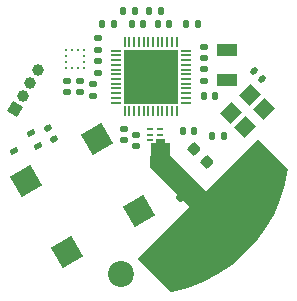
<source format=gbr>
%TF.GenerationSoftware,KiCad,Pcbnew,(6.0.11)*%
%TF.CreationDate,2023-02-20T14:16:24+01:00*%
%TF.ProjectId,cockTag,636f636b-5461-4672-9e6b-696361645f70,rev?*%
%TF.SameCoordinates,Original*%
%TF.FileFunction,Soldermask,Top*%
%TF.FilePolarity,Negative*%
%FSLAX46Y46*%
G04 Gerber Fmt 4.6, Leading zero omitted, Abs format (unit mm)*
G04 Created by KiCad (PCBNEW (6.0.11)) date 2023-02-20 14:16:24*
%MOMM*%
%LPD*%
G01*
G04 APERTURE LIST*
G04 Aperture macros list*
%AMRoundRect*
0 Rectangle with rounded corners*
0 $1 Rounding radius*
0 $2 $3 $4 $5 $6 $7 $8 $9 X,Y pos of 4 corners*
0 Add a 4 corners polygon primitive as box body*
4,1,4,$2,$3,$4,$5,$6,$7,$8,$9,$2,$3,0*
0 Add four circle primitives for the rounded corners*
1,1,$1+$1,$2,$3*
1,1,$1+$1,$4,$5*
1,1,$1+$1,$6,$7*
1,1,$1+$1,$8,$9*
0 Add four rect primitives between the rounded corners*
20,1,$1+$1,$2,$3,$4,$5,0*
20,1,$1+$1,$4,$5,$6,$7,0*
20,1,$1+$1,$6,$7,$8,$9,0*
20,1,$1+$1,$8,$9,$2,$3,0*%
%AMHorizOval*
0 Thick line with rounded ends*
0 $1 width*
0 $2 $3 position (X,Y) of the first rounded end (center of the circle)*
0 $4 $5 position (X,Y) of the second rounded end (center of the circle)*
0 Add line between two ends*
20,1,$1,$2,$3,$4,$5,0*
0 Add two circle primitives to create the rounded ends*
1,1,$1,$2,$3*
1,1,$1,$4,$5*%
%AMRotRect*
0 Rectangle, with rotation*
0 The origin of the aperture is its center*
0 $1 length*
0 $2 width*
0 $3 Rotation angle, in degrees counterclockwise*
0 Add horizontal line*
21,1,$1,$2,0,0,$3*%
G04 Aperture macros list end*
%ADD10RoundRect,0.140000X-0.170000X0.140000X-0.170000X-0.140000X0.170000X-0.140000X0.170000X0.140000X0*%
%ADD11RotRect,2.000000X2.000000X210.000000*%
%ADD12R,0.550000X0.250000*%
%ADD13RoundRect,0.140000X0.170000X-0.140000X0.170000X0.140000X-0.170000X0.140000X-0.170000X-0.140000X0*%
%ADD14RoundRect,0.135000X0.135000X0.185000X-0.135000X0.185000X-0.135000X-0.185000X0.135000X-0.185000X0*%
%ADD15RoundRect,0.147500X-0.147500X-0.172500X0.147500X-0.172500X0.147500X0.172500X-0.147500X0.172500X0*%
%ADD16RotRect,0.450000X0.700000X120.000000*%
%ADD17RoundRect,0.140000X0.219203X0.021213X0.021213X0.219203X-0.219203X-0.021213X-0.021213X-0.219203X0*%
%ADD18RoundRect,0.050000X-0.050000X0.350000X-0.050000X-0.350000X0.050000X-0.350000X0.050000X0.350000X0*%
%ADD19RoundRect,0.050000X-0.350000X0.050000X-0.350000X-0.050000X0.350000X-0.050000X0.350000X0.050000X0*%
%ADD20R,4.600000X4.600000*%
%ADD21R,1.800000X1.000000*%
%ADD22RoundRect,0.135000X-0.135000X-0.185000X0.135000X-0.185000X0.135000X0.185000X-0.135000X0.185000X0*%
%ADD23RoundRect,0.140000X-0.140000X-0.170000X0.140000X-0.170000X0.140000X0.170000X-0.140000X0.170000X0*%
%ADD24RoundRect,0.225000X-0.335876X-0.017678X-0.017678X-0.335876X0.335876X0.017678X0.017678X0.335876X0*%
%ADD25RoundRect,0.135000X-0.185000X0.135000X-0.185000X-0.135000X0.185000X-0.135000X0.185000X0.135000X0*%
%ADD26RoundRect,0.147500X0.226274X0.017678X0.017678X0.226274X-0.226274X-0.017678X-0.017678X-0.226274X0*%
%ADD27RotRect,1.000000X1.000000X150.000000*%
%ADD28HorizOval,1.000000X0.000000X0.000000X0.000000X0.000000X0*%
%ADD29RoundRect,0.135000X-0.227715X0.024413X-0.092715X-0.209413X0.227715X-0.024413X0.092715X0.209413X0*%
%ADD30RotRect,1.400000X1.200000X225.000000*%
%ADD31RoundRect,0.135000X0.185000X-0.135000X0.185000X0.135000X-0.185000X0.135000X-0.185000X-0.135000X0*%
%ADD32RoundRect,0.140000X0.140000X0.170000X-0.140000X0.170000X-0.140000X-0.170000X0.140000X-0.170000X0*%
%ADD33RoundRect,0.147500X0.017678X-0.226274X0.226274X-0.017678X-0.017678X0.226274X-0.226274X0.017678X0*%
%ADD34RoundRect,0.147500X0.147500X0.172500X-0.147500X0.172500X-0.147500X-0.172500X0.147500X-0.172500X0*%
%ADD35C,2.200000*%
%ADD36RoundRect,0.250000X-0.707107X-0.212132X-0.212132X-0.707107X0.707107X0.212132X0.212132X0.707107X0*%
%ADD37R,0.250000X0.275000*%
%ADD38R,0.275000X0.250000*%
G04 APERTURE END LIST*
D10*
%TO.C,C8*%
X155450000Y-91470000D03*
X155450000Y-92430000D03*
%TD*%
D11*
%TO.C,BZ1*%
X146381089Y-99318911D03*
X140318911Y-102818911D03*
X143818911Y-108881089D03*
X149881089Y-105381089D03*
%TD*%
D12*
%TO.C,B1*%
X151725000Y-99400000D03*
X151725000Y-98900000D03*
X151725000Y-98400000D03*
X150875000Y-98400000D03*
X150875000Y-98900000D03*
X150875000Y-99400000D03*
%TD*%
D13*
%TO.C,C4*%
X148600000Y-99380000D03*
X148600000Y-98420000D03*
%TD*%
D10*
%TO.C,C1*%
X144900000Y-94370000D03*
X144900000Y-95330000D03*
%TD*%
D14*
%TO.C,R5*%
X149610000Y-88400000D03*
X148590000Y-88400000D03*
%TD*%
D15*
%TO.C,D2*%
X149315000Y-89500000D03*
X150285000Y-89500000D03*
%TD*%
D16*
%TO.C,Q1*%
X141391025Y-99862917D03*
X140741025Y-98737083D03*
X139333975Y-100300000D03*
%TD*%
D17*
%TO.C,C6*%
X153389411Y-102889411D03*
X152710589Y-102210589D03*
%TD*%
D18*
%TO.C,U2*%
X153100000Y-91050000D03*
X152700000Y-91050000D03*
X152300000Y-91050000D03*
X151900000Y-91050000D03*
X151500000Y-91050000D03*
X151100000Y-91050000D03*
X150700000Y-91050000D03*
X150300000Y-91050000D03*
X149900000Y-91050000D03*
X149500000Y-91050000D03*
X149100000Y-91050000D03*
X148700000Y-91050000D03*
D19*
X147950000Y-91800000D03*
X147950000Y-92200000D03*
X147950000Y-92600000D03*
X147950000Y-93000000D03*
X147950000Y-93400000D03*
X147950000Y-93800000D03*
X147950000Y-94200000D03*
X147950000Y-94600000D03*
X147950000Y-95000000D03*
X147950000Y-95400000D03*
X147950000Y-95800000D03*
X147950000Y-96200000D03*
D18*
X148700000Y-96950000D03*
X149100000Y-96950000D03*
X149500000Y-96950000D03*
X149900000Y-96950000D03*
X150300000Y-96950000D03*
X150700000Y-96950000D03*
X151100000Y-96950000D03*
X151500000Y-96950000D03*
X151900000Y-96950000D03*
X152300000Y-96950000D03*
X152700000Y-96950000D03*
X153100000Y-96950000D03*
D19*
X153850000Y-96200000D03*
X153850000Y-95800000D03*
X153850000Y-95400000D03*
X153850000Y-95000000D03*
X153850000Y-94600000D03*
X153850000Y-94200000D03*
X153850000Y-93800000D03*
X153850000Y-93400000D03*
X153850000Y-93000000D03*
X153850000Y-92600000D03*
X153850000Y-92200000D03*
X153850000Y-91800000D03*
D20*
X150900000Y-94000000D03*
%TD*%
D21*
%TO.C,Y1*%
X157350000Y-94250000D03*
X157350000Y-91750000D03*
%TD*%
D22*
%TO.C,R4*%
X150790000Y-88400000D03*
X151810000Y-88400000D03*
%TD*%
D23*
%TO.C,C13*%
X153920000Y-89500000D03*
X154880000Y-89500000D03*
%TD*%
D13*
%TO.C,C10*%
X155450000Y-94330000D03*
X155450000Y-93370000D03*
%TD*%
D24*
%TO.C,C3*%
X154551992Y-100151992D03*
X155648008Y-101248008D03*
%TD*%
D25*
%TO.C,R6*%
X146000000Y-94590000D03*
X146000000Y-95610000D03*
%TD*%
D17*
%TO.C,C11*%
X160339411Y-94239411D03*
X159660589Y-93560589D03*
%TD*%
D23*
%TO.C,C14*%
X153620000Y-98600000D03*
X154580000Y-98600000D03*
%TD*%
D26*
%TO.C,L1*%
X155492947Y-104992947D03*
X154807053Y-104307053D03*
%TD*%
D27*
%TO.C,J1*%
X139450000Y-96745449D03*
D28*
X140085000Y-95645597D03*
X140720000Y-94545744D03*
X141355000Y-93445892D03*
%TD*%
D29*
%TO.C,R3*%
X142245000Y-98358327D03*
X142755000Y-99241673D03*
%TD*%
D23*
%TO.C,C5*%
X155420000Y-95600000D03*
X156380000Y-95600000D03*
%TD*%
D30*
%TO.C,Y2*%
X159276777Y-95521142D03*
X157721142Y-97076777D03*
X158923223Y-98278858D03*
X160478858Y-96723223D03*
%TD*%
D31*
%TO.C,R1*%
X146400000Y-93710000D03*
X146400000Y-92690000D03*
%TD*%
D25*
%TO.C,R2*%
X146400000Y-90690000D03*
X146400000Y-91710000D03*
%TD*%
D32*
%TO.C,C12*%
X147780000Y-89500000D03*
X146820000Y-89500000D03*
%TD*%
D10*
%TO.C,C7*%
X149700000Y-98920000D03*
X149700000Y-99880000D03*
%TD*%
D33*
%TO.C,L2*%
X153407053Y-104292947D03*
X154092947Y-103607053D03*
%TD*%
D34*
%TO.C,D1*%
X152485000Y-89500000D03*
X151515000Y-89500000D03*
%TD*%
D23*
%TO.C,C9*%
X156120000Y-99000000D03*
X157080000Y-99000000D03*
%TD*%
D35*
%TO.C,H1*%
X148400000Y-110700000D03*
%TD*%
D10*
%TO.C,C2*%
X143800000Y-94370000D03*
X143800000Y-95330000D03*
%TD*%
D36*
%TO.C,AE1*%
X156474695Y-105974695D03*
X158525305Y-108025305D03*
%TD*%
D37*
%TO.C,U1*%
X145250000Y-91737500D03*
X144750000Y-91737500D03*
X144250000Y-91737500D03*
X143750000Y-91737500D03*
D38*
X143737500Y-92250000D03*
X143737500Y-92750000D03*
D37*
X143750000Y-93262500D03*
X144250000Y-93262500D03*
X144750000Y-93262500D03*
X145250000Y-93262500D03*
D38*
X145262500Y-92750000D03*
X145262500Y-92250000D03*
%TD*%
G36*
X152095899Y-99254101D02*
G01*
X152100000Y-99264000D01*
X152100000Y-99647215D01*
X152100816Y-99649184D01*
X152102785Y-99650000D01*
X152536315Y-99650000D01*
X152546214Y-99654101D01*
X152550311Y-99663682D01*
X152574937Y-100747239D01*
X152576984Y-100751920D01*
X155572999Y-103651085D01*
X155575051Y-103651896D01*
X155576926Y-103651104D01*
X159990041Y-99256488D01*
X159999949Y-99252408D01*
X160009878Y-99256567D01*
X162554007Y-101830983D01*
X162558049Y-101840907D01*
X162557782Y-101843543D01*
X162307443Y-103107850D01*
X162307055Y-103109364D01*
X161885558Y-104438091D01*
X161885003Y-104439552D01*
X161318021Y-105713014D01*
X161317306Y-105714404D01*
X160611912Y-106916719D01*
X160611047Y-106918021D01*
X159776030Y-108034211D01*
X159775026Y-108035409D01*
X158820780Y-109051577D01*
X158819648Y-109052655D01*
X157758085Y-109956117D01*
X157756840Y-109957062D01*
X156601181Y-110736564D01*
X156599838Y-110737364D01*
X155364502Y-111383182D01*
X155363079Y-111383828D01*
X154063441Y-111887923D01*
X154061954Y-111888406D01*
X152714228Y-112244492D01*
X152712697Y-112244806D01*
X152602612Y-112261061D01*
X152592220Y-112258450D01*
X152590552Y-112256993D01*
X149809723Y-109409955D01*
X149805739Y-109400008D01*
X149809896Y-109390217D01*
X154225232Y-105025294D01*
X154226031Y-105023396D01*
X154225174Y-105021345D01*
X150879289Y-101754188D01*
X150875071Y-101744004D01*
X150899835Y-99663833D01*
X150904053Y-99653983D01*
X150913834Y-99650000D01*
X151347215Y-99650000D01*
X151349184Y-99649184D01*
X151350000Y-99647215D01*
X151350000Y-99264000D01*
X151354101Y-99254101D01*
X151364000Y-99250000D01*
X152086000Y-99250000D01*
X152095899Y-99254101D01*
G37*
M02*

</source>
